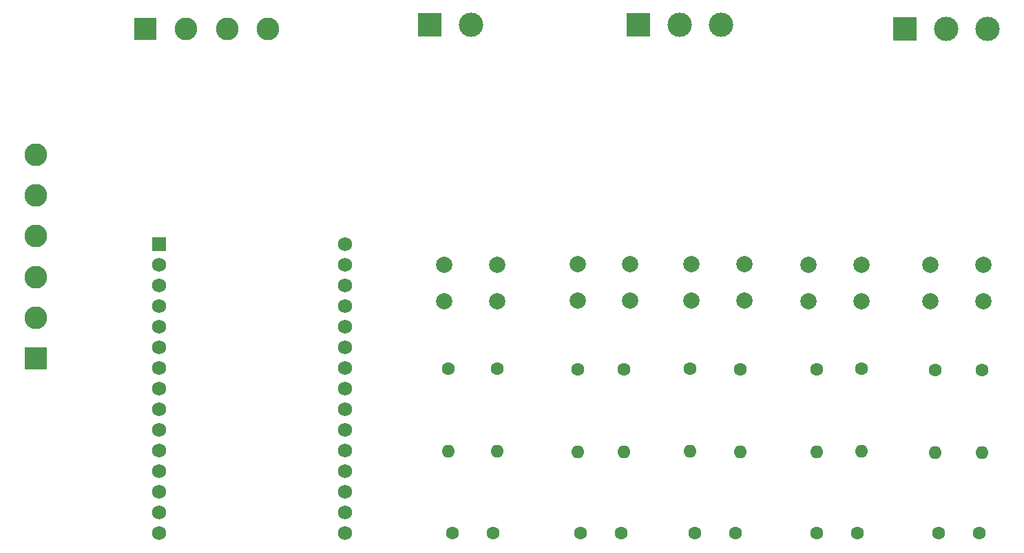
<source format=gbr>
%TF.GenerationSoftware,KiCad,Pcbnew,8.0.6*%
%TF.CreationDate,2024-11-13T16:57:44+01:00*%
%TF.ProjectId,pcb,7063622e-6b69-4636-9164-5f7063625858,rev?*%
%TF.SameCoordinates,Original*%
%TF.FileFunction,Soldermask,Bot*%
%TF.FilePolarity,Negative*%
%FSLAX46Y46*%
G04 Gerber Fmt 4.6, Leading zero omitted, Abs format (unit mm)*
G04 Created by KiCad (PCBNEW 8.0.6) date 2024-11-13 16:57:44*
%MOMM*%
%LPD*%
G01*
G04 APERTURE LIST*
G04 Aperture macros list*
%AMRoundRect*
0 Rectangle with rounded corners*
0 $1 Rounding radius*
0 $2 $3 $4 $5 $6 $7 $8 $9 X,Y pos of 4 corners*
0 Add a 4 corners polygon primitive as box body*
4,1,4,$2,$3,$4,$5,$6,$7,$8,$9,$2,$3,0*
0 Add four circle primitives for the rounded corners*
1,1,$1+$1,$2,$3*
1,1,$1+$1,$4,$5*
1,1,$1+$1,$6,$7*
1,1,$1+$1,$8,$9*
0 Add four rect primitives between the rounded corners*
20,1,$1+$1,$2,$3,$4,$5,0*
20,1,$1+$1,$4,$5,$6,$7,0*
20,1,$1+$1,$6,$7,$8,$9,0*
20,1,$1+$1,$8,$9,$2,$3,0*%
G04 Aperture macros list end*
%ADD10C,2.000000*%
%ADD11R,3.000000X3.000000*%
%ADD12C,3.000000*%
%ADD13C,1.600000*%
%ADD14O,1.600000X1.600000*%
%ADD15RoundRect,0.102000X-0.765000X-0.765000X0.765000X-0.765000X0.765000X0.765000X-0.765000X0.765000X0*%
%ADD16C,1.734000*%
%ADD17R,2.800000X2.800000*%
%ADD18C,2.800000*%
G04 APERTURE END LIST*
D10*
%TO.C,SW5*%
X127435000Y-90185000D03*
X133935000Y-90185000D03*
X127435000Y-94685000D03*
X133935000Y-94685000D03*
%TD*%
D11*
%TO.C,P1*%
X125605000Y-60685000D03*
D12*
X130685000Y-60685000D03*
%TD*%
D13*
%TO.C,C2*%
X193185000Y-123185000D03*
X188185000Y-123185000D03*
%TD*%
%TO.C,R4*%
X187785000Y-103185000D03*
D14*
X187785000Y-113345000D03*
%TD*%
D15*
%TO.C,REF\u002A\u002A*%
X92325000Y-87625000D03*
D16*
X92325000Y-90165000D03*
X92325000Y-92705000D03*
X92325000Y-95245000D03*
X92325000Y-97785000D03*
X92325000Y-100325000D03*
X92325000Y-102865000D03*
X92325000Y-105405000D03*
X92325000Y-107945000D03*
X92325000Y-110485000D03*
X92325000Y-113025000D03*
X92325000Y-115565000D03*
X92325000Y-118105000D03*
X92325000Y-120645000D03*
X92325000Y-123185000D03*
X115185000Y-123185000D03*
X115185000Y-120645000D03*
X115185000Y-118105000D03*
X115185000Y-115565000D03*
X115185000Y-113025000D03*
X115185000Y-110485000D03*
X115185000Y-107945000D03*
X115185000Y-105405000D03*
X115185000Y-102865000D03*
X115185000Y-100325000D03*
X115185000Y-97785000D03*
X115185000Y-95245000D03*
X115185000Y-92705000D03*
X115185000Y-90165000D03*
X115185000Y-87625000D03*
%TD*%
D13*
%TO.C,R3*%
X193535000Y-103185000D03*
D14*
X193535000Y-113345000D03*
%TD*%
D17*
%TO.C,J2*%
X90685000Y-61185000D03*
D18*
X95685000Y-61185000D03*
X100685000Y-61185000D03*
X105685000Y-61185000D03*
%TD*%
D13*
%TO.C,R1*%
X173185000Y-103105000D03*
D14*
X173185000Y-113265000D03*
%TD*%
D13*
%TO.C,R10*%
X127885000Y-103025000D03*
D14*
X127885000Y-113185000D03*
%TD*%
D13*
%TO.C,R2*%
X178685000Y-103025000D03*
D14*
X178685000Y-113185000D03*
%TD*%
D13*
%TO.C,C5*%
X133435000Y-123185000D03*
X128435000Y-123185000D03*
%TD*%
D10*
%TO.C,SW3*%
X143785000Y-90085000D03*
X150285000Y-90085000D03*
X143785000Y-94585000D03*
X150285000Y-94585000D03*
%TD*%
D13*
%TO.C,C4*%
X163185000Y-123185000D03*
X158185000Y-123185000D03*
%TD*%
D11*
%TO.C,J4*%
X184025000Y-61185000D03*
D12*
X189105000Y-61185000D03*
X194185000Y-61185000D03*
%TD*%
D11*
%TO.C,J3*%
X151275000Y-60685000D03*
D12*
X156355000Y-60685000D03*
X161435000Y-60685000D03*
%TD*%
D17*
%TO.C,J1*%
X77185000Y-101685000D03*
D18*
X77185000Y-96685000D03*
X77185000Y-91685000D03*
X77185000Y-86685000D03*
X77185000Y-81685000D03*
X77185000Y-76685000D03*
%TD*%
D10*
%TO.C,SW2*%
X187185000Y-90185000D03*
X193685000Y-90185000D03*
X187185000Y-94685000D03*
X193685000Y-94685000D03*
%TD*%
D13*
%TO.C,R5*%
X149535000Y-103085000D03*
D14*
X149535000Y-113245000D03*
%TD*%
D13*
%TO.C,R6*%
X143785000Y-103085000D03*
D14*
X143785000Y-113245000D03*
%TD*%
D13*
%TO.C,R7*%
X163785000Y-103085000D03*
D14*
X163785000Y-113245000D03*
%TD*%
D10*
%TO.C,SW4*%
X157785000Y-90085000D03*
X164285000Y-90085000D03*
X157785000Y-94585000D03*
X164285000Y-94585000D03*
%TD*%
D13*
%TO.C,C3*%
X149185000Y-123185000D03*
X144185000Y-123185000D03*
%TD*%
%TO.C,R9*%
X133935000Y-103025000D03*
D14*
X133935000Y-113185000D03*
%TD*%
D10*
%TO.C,SW1*%
X172185000Y-90185000D03*
X178685000Y-90185000D03*
X172185000Y-94685000D03*
X178685000Y-94685000D03*
%TD*%
D13*
%TO.C,R8*%
X157635000Y-103005000D03*
D14*
X157635000Y-113165000D03*
%TD*%
D13*
%TO.C,C1*%
X178185000Y-123185000D03*
X173185000Y-123185000D03*
%TD*%
M02*

</source>
